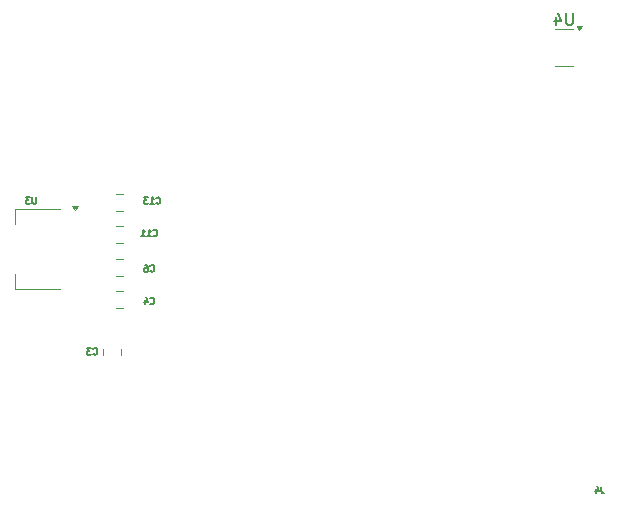
<source format=gbr>
%TF.GenerationSoftware,KiCad,Pcbnew,9.0.2*%
%TF.CreationDate,2025-09-24T13:25:18+05:30*%
%TF.ProjectId,UNO STEMc3.1,554e4f20-5354-4454-9d63-332e312e6b69,rev?*%
%TF.SameCoordinates,Original*%
%TF.FileFunction,Legend,Bot*%
%TF.FilePolarity,Positive*%
%FSLAX46Y46*%
G04 Gerber Fmt 4.6, Leading zero omitted, Abs format (unit mm)*
G04 Created by KiCad (PCBNEW 9.0.2) date 2025-09-24 13:25:18*
%MOMM*%
%LPD*%
G01*
G04 APERTURE LIST*
%ADD10C,0.137500*%
%ADD11C,0.150000*%
%ADD12C,0.120000*%
G04 APERTURE END LIST*
D10*
X129783333Y-133697290D02*
X129783333Y-134090147D01*
X129783333Y-134090147D02*
X129809524Y-134168719D01*
X129809524Y-134168719D02*
X129861905Y-134221100D01*
X129861905Y-134221100D02*
X129940476Y-134247290D01*
X129940476Y-134247290D02*
X129992857Y-134247290D01*
X129285714Y-133880623D02*
X129285714Y-134247290D01*
X129416666Y-133671100D02*
X129547619Y-134063957D01*
X129547619Y-134063957D02*
X129207142Y-134063957D01*
X91591666Y-115444909D02*
X91617857Y-115471100D01*
X91617857Y-115471100D02*
X91696428Y-115497290D01*
X91696428Y-115497290D02*
X91748809Y-115497290D01*
X91748809Y-115497290D02*
X91827381Y-115471100D01*
X91827381Y-115471100D02*
X91879762Y-115418719D01*
X91879762Y-115418719D02*
X91905952Y-115366338D01*
X91905952Y-115366338D02*
X91932143Y-115261576D01*
X91932143Y-115261576D02*
X91932143Y-115183004D01*
X91932143Y-115183004D02*
X91905952Y-115078242D01*
X91905952Y-115078242D02*
X91879762Y-115025861D01*
X91879762Y-115025861D02*
X91827381Y-114973480D01*
X91827381Y-114973480D02*
X91748809Y-114947290D01*
X91748809Y-114947290D02*
X91696428Y-114947290D01*
X91696428Y-114947290D02*
X91617857Y-114973480D01*
X91617857Y-114973480D02*
X91591666Y-114999671D01*
X91120238Y-114947290D02*
X91225000Y-114947290D01*
X91225000Y-114947290D02*
X91277381Y-114973480D01*
X91277381Y-114973480D02*
X91303571Y-114999671D01*
X91303571Y-114999671D02*
X91355952Y-115078242D01*
X91355952Y-115078242D02*
X91382143Y-115183004D01*
X91382143Y-115183004D02*
X91382143Y-115392528D01*
X91382143Y-115392528D02*
X91355952Y-115444909D01*
X91355952Y-115444909D02*
X91329762Y-115471100D01*
X91329762Y-115471100D02*
X91277381Y-115497290D01*
X91277381Y-115497290D02*
X91172619Y-115497290D01*
X91172619Y-115497290D02*
X91120238Y-115471100D01*
X91120238Y-115471100D02*
X91094047Y-115444909D01*
X91094047Y-115444909D02*
X91067857Y-115392528D01*
X91067857Y-115392528D02*
X91067857Y-115261576D01*
X91067857Y-115261576D02*
X91094047Y-115209195D01*
X91094047Y-115209195D02*
X91120238Y-115183004D01*
X91120238Y-115183004D02*
X91172619Y-115156814D01*
X91172619Y-115156814D02*
X91277381Y-115156814D01*
X91277381Y-115156814D02*
X91329762Y-115183004D01*
X91329762Y-115183004D02*
X91355952Y-115209195D01*
X91355952Y-115209195D02*
X91382143Y-115261576D01*
X91591666Y-118194909D02*
X91617857Y-118221100D01*
X91617857Y-118221100D02*
X91696428Y-118247290D01*
X91696428Y-118247290D02*
X91748809Y-118247290D01*
X91748809Y-118247290D02*
X91827381Y-118221100D01*
X91827381Y-118221100D02*
X91879762Y-118168719D01*
X91879762Y-118168719D02*
X91905952Y-118116338D01*
X91905952Y-118116338D02*
X91932143Y-118011576D01*
X91932143Y-118011576D02*
X91932143Y-117933004D01*
X91932143Y-117933004D02*
X91905952Y-117828242D01*
X91905952Y-117828242D02*
X91879762Y-117775861D01*
X91879762Y-117775861D02*
X91827381Y-117723480D01*
X91827381Y-117723480D02*
X91748809Y-117697290D01*
X91748809Y-117697290D02*
X91696428Y-117697290D01*
X91696428Y-117697290D02*
X91617857Y-117723480D01*
X91617857Y-117723480D02*
X91591666Y-117749671D01*
X91120238Y-117880623D02*
X91120238Y-118247290D01*
X91251190Y-117671100D02*
X91382143Y-118063957D01*
X91382143Y-118063957D02*
X91041666Y-118063957D01*
X81919047Y-109197290D02*
X81919047Y-109642528D01*
X81919047Y-109642528D02*
X81892857Y-109694909D01*
X81892857Y-109694909D02*
X81866666Y-109721100D01*
X81866666Y-109721100D02*
X81814285Y-109747290D01*
X81814285Y-109747290D02*
X81709523Y-109747290D01*
X81709523Y-109747290D02*
X81657142Y-109721100D01*
X81657142Y-109721100D02*
X81630952Y-109694909D01*
X81630952Y-109694909D02*
X81604761Y-109642528D01*
X81604761Y-109642528D02*
X81604761Y-109197290D01*
X81395238Y-109197290D02*
X81054762Y-109197290D01*
X81054762Y-109197290D02*
X81238095Y-109406814D01*
X81238095Y-109406814D02*
X81159524Y-109406814D01*
X81159524Y-109406814D02*
X81107143Y-109433004D01*
X81107143Y-109433004D02*
X81080952Y-109459195D01*
X81080952Y-109459195D02*
X81054762Y-109511576D01*
X81054762Y-109511576D02*
X81054762Y-109642528D01*
X81054762Y-109642528D02*
X81080952Y-109694909D01*
X81080952Y-109694909D02*
X81107143Y-109721100D01*
X81107143Y-109721100D02*
X81159524Y-109747290D01*
X81159524Y-109747290D02*
X81316667Y-109747290D01*
X81316667Y-109747290D02*
X81369048Y-109721100D01*
X81369048Y-109721100D02*
X81395238Y-109694909D01*
D11*
X127374404Y-93604819D02*
X127374404Y-94414342D01*
X127374404Y-94414342D02*
X127326785Y-94509580D01*
X127326785Y-94509580D02*
X127279166Y-94557200D01*
X127279166Y-94557200D02*
X127183928Y-94604819D01*
X127183928Y-94604819D02*
X126993452Y-94604819D01*
X126993452Y-94604819D02*
X126898214Y-94557200D01*
X126898214Y-94557200D02*
X126850595Y-94509580D01*
X126850595Y-94509580D02*
X126802976Y-94414342D01*
X126802976Y-94414342D02*
X126802976Y-93604819D01*
X125898214Y-93938152D02*
X125898214Y-94604819D01*
X126136309Y-93557200D02*
X126374404Y-94271485D01*
X126374404Y-94271485D02*
X125755357Y-94271485D01*
D10*
X86761666Y-122469909D02*
X86787857Y-122496100D01*
X86787857Y-122496100D02*
X86866428Y-122522290D01*
X86866428Y-122522290D02*
X86918809Y-122522290D01*
X86918809Y-122522290D02*
X86997381Y-122496100D01*
X86997381Y-122496100D02*
X87049762Y-122443719D01*
X87049762Y-122443719D02*
X87075952Y-122391338D01*
X87075952Y-122391338D02*
X87102143Y-122286576D01*
X87102143Y-122286576D02*
X87102143Y-122208004D01*
X87102143Y-122208004D02*
X87075952Y-122103242D01*
X87075952Y-122103242D02*
X87049762Y-122050861D01*
X87049762Y-122050861D02*
X86997381Y-121998480D01*
X86997381Y-121998480D02*
X86918809Y-121972290D01*
X86918809Y-121972290D02*
X86866428Y-121972290D01*
X86866428Y-121972290D02*
X86787857Y-121998480D01*
X86787857Y-121998480D02*
X86761666Y-122024671D01*
X86578333Y-121972290D02*
X86237857Y-121972290D01*
X86237857Y-121972290D02*
X86421190Y-122181814D01*
X86421190Y-122181814D02*
X86342619Y-122181814D01*
X86342619Y-122181814D02*
X86290238Y-122208004D01*
X86290238Y-122208004D02*
X86264047Y-122234195D01*
X86264047Y-122234195D02*
X86237857Y-122286576D01*
X86237857Y-122286576D02*
X86237857Y-122417528D01*
X86237857Y-122417528D02*
X86264047Y-122469909D01*
X86264047Y-122469909D02*
X86290238Y-122496100D01*
X86290238Y-122496100D02*
X86342619Y-122522290D01*
X86342619Y-122522290D02*
X86499762Y-122522290D01*
X86499762Y-122522290D02*
X86552143Y-122496100D01*
X86552143Y-122496100D02*
X86578333Y-122469909D01*
X92103571Y-109694909D02*
X92129762Y-109721100D01*
X92129762Y-109721100D02*
X92208333Y-109747290D01*
X92208333Y-109747290D02*
X92260714Y-109747290D01*
X92260714Y-109747290D02*
X92339286Y-109721100D01*
X92339286Y-109721100D02*
X92391667Y-109668719D01*
X92391667Y-109668719D02*
X92417857Y-109616338D01*
X92417857Y-109616338D02*
X92444048Y-109511576D01*
X92444048Y-109511576D02*
X92444048Y-109433004D01*
X92444048Y-109433004D02*
X92417857Y-109328242D01*
X92417857Y-109328242D02*
X92391667Y-109275861D01*
X92391667Y-109275861D02*
X92339286Y-109223480D01*
X92339286Y-109223480D02*
X92260714Y-109197290D01*
X92260714Y-109197290D02*
X92208333Y-109197290D01*
X92208333Y-109197290D02*
X92129762Y-109223480D01*
X92129762Y-109223480D02*
X92103571Y-109249671D01*
X91579762Y-109747290D02*
X91894048Y-109747290D01*
X91736905Y-109747290D02*
X91736905Y-109197290D01*
X91736905Y-109197290D02*
X91789286Y-109275861D01*
X91789286Y-109275861D02*
X91841667Y-109328242D01*
X91841667Y-109328242D02*
X91894048Y-109354433D01*
X91396428Y-109197290D02*
X91055952Y-109197290D01*
X91055952Y-109197290D02*
X91239285Y-109406814D01*
X91239285Y-109406814D02*
X91160714Y-109406814D01*
X91160714Y-109406814D02*
X91108333Y-109433004D01*
X91108333Y-109433004D02*
X91082142Y-109459195D01*
X91082142Y-109459195D02*
X91055952Y-109511576D01*
X91055952Y-109511576D02*
X91055952Y-109642528D01*
X91055952Y-109642528D02*
X91082142Y-109694909D01*
X91082142Y-109694909D02*
X91108333Y-109721100D01*
X91108333Y-109721100D02*
X91160714Y-109747290D01*
X91160714Y-109747290D02*
X91317857Y-109747290D01*
X91317857Y-109747290D02*
X91370238Y-109721100D01*
X91370238Y-109721100D02*
X91396428Y-109694909D01*
X91853571Y-112444909D02*
X91879762Y-112471100D01*
X91879762Y-112471100D02*
X91958333Y-112497290D01*
X91958333Y-112497290D02*
X92010714Y-112497290D01*
X92010714Y-112497290D02*
X92089286Y-112471100D01*
X92089286Y-112471100D02*
X92141667Y-112418719D01*
X92141667Y-112418719D02*
X92167857Y-112366338D01*
X92167857Y-112366338D02*
X92194048Y-112261576D01*
X92194048Y-112261576D02*
X92194048Y-112183004D01*
X92194048Y-112183004D02*
X92167857Y-112078242D01*
X92167857Y-112078242D02*
X92141667Y-112025861D01*
X92141667Y-112025861D02*
X92089286Y-111973480D01*
X92089286Y-111973480D02*
X92010714Y-111947290D01*
X92010714Y-111947290D02*
X91958333Y-111947290D01*
X91958333Y-111947290D02*
X91879762Y-111973480D01*
X91879762Y-111973480D02*
X91853571Y-111999671D01*
X91329762Y-112497290D02*
X91644048Y-112497290D01*
X91486905Y-112497290D02*
X91486905Y-111947290D01*
X91486905Y-111947290D02*
X91539286Y-112025861D01*
X91539286Y-112025861D02*
X91591667Y-112078242D01*
X91591667Y-112078242D02*
X91644048Y-112104433D01*
X90805952Y-112497290D02*
X91120238Y-112497290D01*
X90963095Y-112497290D02*
X90963095Y-111947290D01*
X90963095Y-111947290D02*
X91015476Y-112025861D01*
X91015476Y-112025861D02*
X91067857Y-112078242D01*
X91067857Y-112078242D02*
X91120238Y-112104433D01*
D12*
%TO.C,C6*%
X88718748Y-114385000D02*
X89241252Y-114385000D01*
X88718748Y-115855000D02*
X89241252Y-115855000D01*
%TO.C,C4*%
X88718748Y-117135000D02*
X89241252Y-117135000D01*
X88718748Y-118605000D02*
X89241252Y-118605000D01*
%TO.C,U3*%
X80170000Y-110160000D02*
X80170000Y-111420000D01*
X80170000Y-116980000D02*
X80170000Y-115720000D01*
X83930000Y-110160000D02*
X80170000Y-110160000D01*
X83930000Y-116980000D02*
X80170000Y-116980000D01*
X85210000Y-110260000D02*
X84970000Y-109930000D01*
X85450000Y-109930000D01*
X85210000Y-110260000D01*
G36*
X85210000Y-110260000D02*
G01*
X84970000Y-109930000D01*
X85450000Y-109930000D01*
X85210000Y-110260000D01*
G37*
%TO.C,U4*%
X126612500Y-94990000D02*
X125812500Y-94990000D01*
X126612500Y-94990000D02*
X127412500Y-94990000D01*
X126612500Y-98110000D02*
X125812500Y-98110000D01*
X126612500Y-98110000D02*
X127412500Y-98110000D01*
X127912500Y-95040000D02*
X127672500Y-94710000D01*
X128152500Y-94710000D01*
X127912500Y-95040000D01*
G36*
X127912500Y-95040000D02*
G01*
X127672500Y-94710000D01*
X128152500Y-94710000D01*
X127912500Y-95040000D01*
G37*
%TO.C,C3*%
X87615000Y-122013748D02*
X87615000Y-122536252D01*
X89085000Y-122013748D02*
X89085000Y-122536252D01*
%TO.C,C13*%
X88718748Y-108885000D02*
X89241252Y-108885000D01*
X88718748Y-110355000D02*
X89241252Y-110355000D01*
%TO.C,C11*%
X88718748Y-111635000D02*
X89241252Y-111635000D01*
X88718748Y-113105000D02*
X89241252Y-113105000D01*
%TD*%
M02*

</source>
